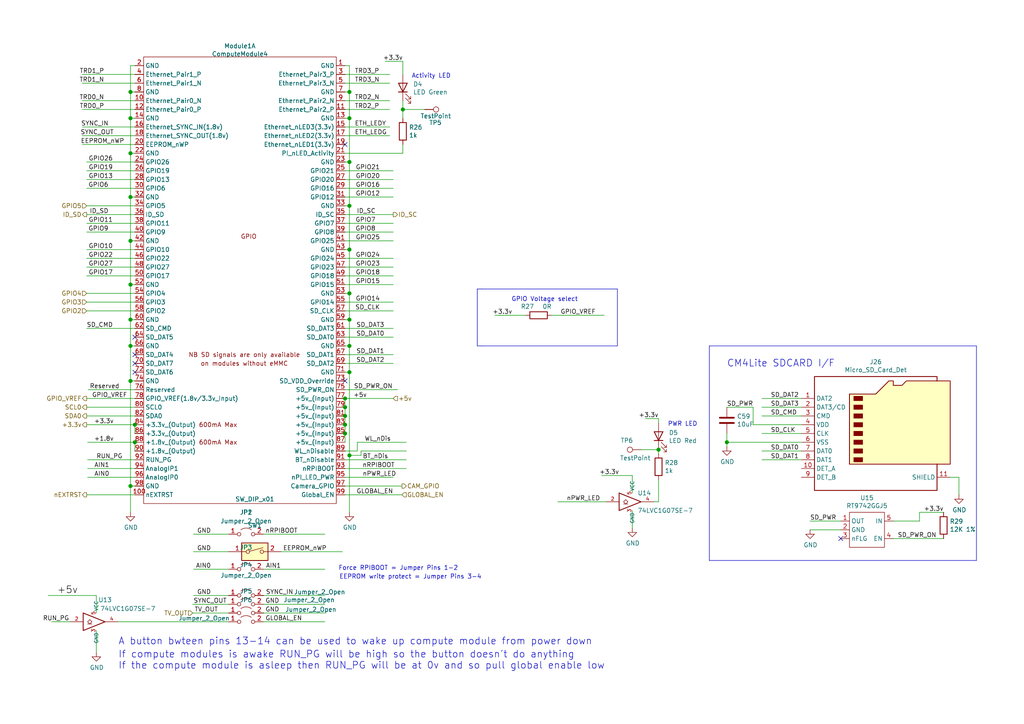
<source format=kicad_sch>
(kicad_sch (version 20210621) (generator eeschema)
  (paper "A4")
  (title_block (title "Compute Module 4 IO Board - GPIO - Ethernet") (rev "1") (company "(c) Raspberry Pi Trading 2020") (comment 1 "www.raspberrypi.org"))
  (lib_symbols
    (symbol "CM4IO:74LVC1G07_copy"
      (property "Reference" "U" (at -2.54 3.81 0))
      (property "Value" "74LVC1G07_copy" (at 0 -3.81 0))
      (symbol "74LVC1G07_copy_0_1"
        (polyline (pts (xy -2.54 -0.635) (xy -1.27 -0.635)))
        (polyline (pts (xy -3.81 2.54) (xy -3.81 -2.54) (xy 2.54 0) (xy -3.81 2.54)) (stroke (width 0.254)))
        (polyline (pts (xy -1.905 0.635) (xy -2.54 0) (xy -1.905 -0.635) (xy -1.27 0) (xy -1.905 0.635)))
      )
      (symbol "74LVC1G07_copy_1_1"
        (pin input line (at -7.62 0 0) (length 3.81) (name "~") (number "2"))
        (pin power_in line (at 0 -2.54 270) (length 0) (name "GND") (number "3"))
        (pin open_collector line (at 6.35 0 180) (length 3.81) (name "~") (number "4"))
        (pin power_in line (at 0 2.54 90) (length 0) (name "VCC") (number "5"))
      )
    )
    (symbol "CM4IO:ComputeModule4-CM4"
      (property "Reference" "Module" (at 113.03 -68.58 0))
      (property "Value" "ComputeModule4-CM4" (at 140.97 2.54 0))
      (property "Field4" "Hirose" (at 0 0 0))
      (property "Field5" "2x DF40C-100DS-0.4V" (at 0 -2.54 0))
      (symbol "ComputeModule4-CM4_1_0"
        (text "GPIO" (at 0 6.35 0) (effects (font (size 1.27 1.27))))
      )
      (symbol "ComputeModule4-CM4_1_1"
        (rectangle (start -30.48 -71.12) (end 25.4 58.42))
        (text "600mA Max" (at -8.89 -53.34 0) (effects (font (size 1.27 1.27))))
        (text "600mA Max" (at -8.89 -48.26 0) (effects (font (size 1.27 1.27))))
        (text "NB SD signals are only available" (at -1.27 -27.94 0) (effects (font (size 1.27 1.27))))
        (text "on modules without eMMC" (at -1.27 -30.48 0) (effects (font (size 1.27 1.27))))
        (pin power_in line (at 27.94 55.88 180) (length 2.54) (name "GND") (number "1"))
        (pin passive line (at -33.02 45.72 0) (length 2.54) (name "Ethernet_Pair0_N") (number "10"))
        (pin output line (at -33.02 -68.58 0) (length 2.54) (name "nEXTRST") (number "100"))
        (pin passive line (at 27.94 43.18 180) (length 2.54) (name "Ethernet_Pair2_P") (number "11"))
        (pin passive line (at -33.02 43.18 0) (length 2.54) (name "Ethernet_Pair0_P") (number "12"))
        (pin power_in line (at 27.94 40.64 180) (length 2.54) (name "GND") (number "13"))
        (pin power_in line (at -33.02 40.64 0) (length 2.54) (name "GND") (number "14"))
        (pin output line (at 27.94 38.1 180) (length 2.54) (name "Ethernet_nLED3(3.3v)") (number "15"))
        (pin input line (at -33.02 38.1 0) (length 2.54) (name "Ethernet_SYNC_IN(1.8v)") (number "16"))
        (pin output line (at 27.94 35.56 180) (length 2.54) (name "Ethernet_nLED2(3.3v)") (number "17"))
        (pin input line (at -33.02 35.56 0) (length 2.54) (name "Ethernet_SYNC_OUT(1.8v)") (number "18"))
        (pin output line (at 27.94 33.02 180) (length 2.54) (name "Ethernet_nLED1(3.3v)") (number "19"))
        (pin power_in line (at -33.02 55.88 0) (length 2.54) (name "GND") (number "2"))
        (pin passive line (at -33.02 33.02 0) (length 2.54) (name "EEPROM_nWP") (number "20"))
        (pin open_collector line (at 27.94 30.48 180) (length 2.54) (name "PI_nLED_Activity") (number "21"))
        (pin power_in line (at -33.02 30.48 0) (length 2.54) (name "GND") (number "22"))
        (pin power_in line (at 27.94 27.94 180) (length 2.54) (name "GND") (number "23"))
        (pin passive line (at -33.02 27.94 0) (length 2.54) (name "GPIO26") (number "24"))
        (pin passive line (at 27.94 25.4 180) (length 2.54) (name "GPIO21") (number "25"))
        (pin passive line (at -33.02 25.4 0) (length 2.54) (name "GPIO19") (number "26"))
        (pin passive line (at 27.94 22.86 180) (length 2.54) (name "GPIO20") (number "27"))
        (pin passive line (at -33.02 22.86 0) (length 2.54) (name "GPIO13") (number "28"))
        (pin passive line (at 27.94 20.32 180) (length 2.54) (name "GPIO16") (number "29"))
        (pin passive line (at 27.94 53.34 180) (length 2.54) (name "Ethernet_Pair3_P") (number "3"))
        (pin passive line (at -33.02 20.32 0) (length 2.54) (name "GPIO6") (number "30"))
        (pin passive line (at 27.94 17.78 180) (length 2.54) (name "GPIO12") (number "31"))
        (pin power_in line (at -33.02 17.78 0) (length 2.54) (name "GND") (number "32"))
        (pin power_in line (at 27.94 15.24 180) (length 2.54) (name "GND") (number "33"))
        (pin passive line (at -33.02 15.24 0) (length 2.54) (name "GPIO5") (number "34"))
        (pin passive line (at 27.94 12.7 180) (length 2.54) (name "ID_SC") (number "35"))
        (pin passive line (at -33.02 12.7 0) (length 2.54) (name "ID_SD") (number "36"))
        (pin passive line (at 27.94 10.16 180) (length 2.54) (name "GPIO7") (number "37"))
        (pin passive line (at -33.02 10.16 0) (length 2.54) (name "GPIO11") (number "38"))
        (pin passive line (at 27.94 7.62 180) (length 2.54) (name "GPIO8") (number "39"))
        (pin passive line (at -33.02 53.34 0) (length 2.54) (name "Ethernet_Pair1_P") (number "4"))
        (pin passive line (at -33.02 7.62 0) (length 2.54) (name "GPIO9") (number "40"))
        (pin passive line (at 27.94 5.08 180) (length 2.54) (name "GPIO25") (number "41"))
        (pin power_in line (at -33.02 5.08 0) (length 2.54) (name "GND") (number "42"))
        (pin power_in line (at 27.94 2.54 180) (length 2.54) (name "GND") (number "43"))
        (pin passive line (at -33.02 2.54 0) (length 2.54) (name "GPIO10") (number "44"))
        (pin passive line (at 27.94 0 180) (length 2.54) (name "GPIO24") (number "45"))
        (pin passive line (at -33.02 0 0) (length 2.54) (name "GPIO22") (number "46"))
        (pin passive line (at 27.94 -2.54 180) (length 2.54) (name "GPIO23") (number "47"))
        (pin passive line (at -33.02 -2.54 0) (length 2.54) (name "GPIO27") (number "48"))
        (pin passive line (at 27.94 -5.08 180) (length 2.54) (name "GPIO18") (number "49"))
        (pin passive line (at 27.94 50.8 180) (length 2.54) (name "Ethernet_Pair3_N") (number "5"))
        (pin passive line (at -33.02 -5.08 0) (length 2.54) (name "GPIO17") (number "50"))
        (pin passive line (at 27.94 -7.62 180) (length 2.54) (name "GPIO15") (number "51"))
        (pin power_in line (at -33.02 -7.62 0) (length 2.54) (name "GND") (number "52"))
        (pin power_in line (at 27.94 -10.16 180) (length 2.54) (name "GND") (number "53"))
        (pin passive line (at -33.02 -10.16 0) (length 2.54) (name "GPIO4") (number "54"))
        (pin passive line (at 27.94 -12.7 180) (length 2.54) (name "GPIO14") (number "55"))
        (pin passive line (at -33.02 -12.7 0) (length 2.54) (name "GPIO3") (number "56"))
        (pin passive line (at 27.94 -15.24 180) (length 2.54) (name "SD_CLK") (number "57"))
        (pin passive line (at -33.02 -15.24 0) (length 2.54) (name "GPIO2") (number "58"))
        (pin power_in line (at 27.94 -17.78 180) (length 2.54) (name "GND") (number "59"))
        (pin passive line (at -33.02 50.8 0) (length 2.54) (name "Ethernet_Pair1_N") (number "6"))
        (pin power_in line (at -33.02 -17.78 0) (length 2.54) (name "GND") (number "60"))
        (pin passive line (at 27.94 -20.32 180) (length 2.54) (name "SD_DAT3") (number "61"))
        (pin passive line (at -33.02 -20.32 0) (length 2.54) (name "SD_CMD") (number "62"))
        (pin passive line (at 27.94 -22.86 180) (length 2.54) (name "SD_DAT0") (number "63"))
        (pin passive line (at -33.02 -22.86 0) (length 2.54) (name "SD_DAT5") (number "64"))
        (pin power_in line (at 27.94 -25.4 180) (length 2.54) (name "GND") (number "65"))
        (pin power_in line (at -33.02 -25.4 0) (length 2.54) (name "GND") (number "66"))
        (pin passive line (at 27.94 -27.94 180) (length 2.54) (name "SD_DAT1") (number "67"))
        (pin passive line (at -33.02 -27.94 0) (length 2.54) (name "SD_DAT4") (number "68"))
        (pin passive line (at 27.94 -30.48 180) (length 2.54) (name "SD_DAT2") (number "69"))
        (pin power_in line (at 27.94 48.26 180) (length 2.54) (name "GND") (number "7"))
        (pin passive line (at -33.02 -30.48 0) (length 2.54) (name "SD_DAT7") (number "70"))
        (pin power_in line (at 27.94 -33.02 180) (length 2.54) (name "GND") (number "71"))
        (pin passive line (at -33.02 -33.02 0) (length 2.54) (name "SD_DAT6") (number "72"))
        (pin input line (at 27.94 -35.56 180) (length 2.54) (name "SD_VDD_Override") (number "73"))
        (pin power_in line (at -33.02 -35.56 0) (length 2.54) (name "GND") (number "74"))
        (pin output line (at 27.94 -38.1 180) (length 2.54) (name "SD_PWR_ON") (number "75"))
        (pin passive line (at -33.02 -38.1 0) (length 2.54) (name "Reserved") (number "76"))
        (pin power_in line (at 27.94 -40.64 180) (length 2.54) (name "+5v_(Input)") (number "77"))
        (pin power_in line (at -33.02 -40.64 0) (length 2.54) (name "GPIO_VREF(1.8v/3.3v_Input)") (number "78"))
        (pin power_in line (at 27.94 -43.18 180) (length 2.54) (name "+5v_(Input)") (number "79"))
        (pin power_in line (at -33.02 48.26 0) (length 2.54) (name "GND") (number "8"))
        (pin passive line (at -33.02 -43.18 0) (length 2.54) (name "SCL0") (number "80"))
        (pin power_in line (at 27.94 -45.72 180) (length 2.54) (name "+5v_(Input)") (number "81"))
        (pin passive line (at -33.02 -45.72 0) (length 2.54) (name "SDA0") (number "82"))
        (pin power_in line (at 27.94 -48.26 180) (length 2.54) (name "+5v_(Input)") (number "83"))
        (pin power_out line (at -33.02 -48.26 0) (length 2.54) (name "+3.3v_(Output)") (number "84"))
        (pin power_in line (at 27.94 -50.8 180) (length 2.54) (name "+5v_(Input)") (number "85"))
        (pin power_out line (at -33.02 -50.8 0) (length 2.54) (name "+3.3v_(Output)") (number "86"))
        (pin power_in line (at 27.94 -53.34 180) (length 2.54) (name "+5v_(Input)") (number "87"))
        (pin power_out line (at -33.02 -53.34 0) (length 2.54) (name "+1.8v_(Output)") (number "88"))
        (pin input line (at 27.94 -55.88 180) (length 2.54) (name "WL_nDisable") (number "89"))
        (pin passive line (at 27.94 45.72 180) (length 2.54) (name "Ethernet_Pair2_N") (number "9"))
        (pin power_out line (at -33.02 -55.88 0) (length 2.54) (name "+1.8v_(Output)") (number "90"))
        (pin input line (at 27.94 -58.42 180) (length 2.54) (name "BT_nDisable") (number "91"))
        (pin passive line (at -33.02 -58.42 0) (length 2.54) (name "RUN_PG") (number "92"))
        (pin input line (at 27.94 -60.96 180) (length 2.54) (name "nRPIBOOT") (number "93"))
        (pin passive line (at -33.02 -60.96 0) (length 2.54) (name "AnalogIP1") (number "94"))
        (pin output line (at 27.94 -63.5 180) (length 2.54) (name "nPI_LED_PWR") (number "95"))
        (pin passive line (at -33.02 -63.5 0) (length 2.54) (name "AnalogIP0") (number "96"))
        (pin passive line (at 27.94 -66.04 180) (length 2.54) (name "Camera_GPIO") (number "97"))
        (pin power_in line (at -33.02 -66.04 0) (length 2.54) (name "GND") (number "98"))
        (pin input line (at 27.94 -68.58 180) (length 2.54) (name "Global_EN") (number "99"))
      )
      (symbol "ComputeModule4-CM4_2_1"
        (rectangle (start 114.3 -66.04) (end 165.1 63.5))
        (text "High Speed Serial" (at 140.97 0 0) (effects (font (size 1.27 1.27))))
        (pin input line (at 170.18 60.96 180) (length 5.08) (name "USB_OTG_ID") (number "101"))
        (pin input line (at 109.22 60.96 0) (length 5.08) (name "PCIe_CLK_nREQ") (number "102"))
        (pin passive line (at 170.18 58.42 180) (length 5.08) (name "USB2_N") (number "103"))
        (pin passive line (at 109.22 58.42 0) (length 5.08) (name "Reserved") (number "104"))
        (pin passive line (at 170.18 55.88 180) (length 5.08) (name "USB2_P") (number "105"))
        (pin passive line (at 109.22 55.88 0) (length 5.08) (name "Reserved") (number "106"))
        (pin power_in line (at 170.18 53.34 180) (length 5.08) (name "GND") (number "107"))
        (pin power_in line (at 109.22 53.34 0) (length 5.08) (name "GND") (number "108"))
        (pin bidirectional line (at 170.18 50.8 180) (length 5.08) (name "PCIe_nRST") (number "109"))
        (pin output line (at 109.22 50.8 0) (length 5.08) (name "PCIe_CLK_P") (number "110"))
        (pin passive line (at 170.18 48.26 180) (length 5.08) (name "VDAC_COMP") (number "111"))
        (pin output line (at 109.22 48.26 0) (length 5.08) (name "PCIe_CLK_N") (number "112"))
        (pin power_in line (at 170.18 45.72 180) (length 5.08) (name "GND") (number "113"))
        (pin power_in line (at 109.22 45.72 0) (length 5.08) (name "GND") (number "114"))
        (pin input line (at 170.18 43.18 180) (length 5.08) (name "CAM1_D0_N") (number "115"))
        (pin input line (at 109.22 43.18 0) (length 5.08) (name "PCIe_RX_P") (number "116"))
        (pin input line (at 170.18 40.64 180) (length 5.08) (name "CAM1_D0_P") (number "117"))
        (pin input line (at 109.22 40.64 0) (length 5.08) (name "PCIe_RX_N") (number "118"))
        (pin power_in line (at 170.18 38.1 180) (length 5.08) (name "GND") (number "119"))
        (pin power_in line (at 109.22 38.1 0) (length 5.08) (name "GND") (number "120"))
        (pin input line (at 170.18 35.56 180) (length 5.08) (name "CAM1_D1_N") (number "121"))
        (pin output line (at 109.22 35.56 0) (length 5.08) (name "PCIe_TX_P") (number "122"))
        (pin input line (at 170.18 33.02 180) (length 5.08) (name "CAM1_D1_P") (number "123"))
        (pin output line (at 109.22 33.02 0) (length 5.08) (name "PCIe_TX_N") (number "124"))
        (pin power_in line (at 170.18 30.48 180) (length 5.08) (name "GND") (number "125"))
        (pin power_in line (at 109.22 30.48 0) (length 5.08) (name "GND") (number "126"))
        (pin input line (at 170.18 27.94 180) (length 5.08) (name "CAM1_C_N") (number "127"))
        (pin input line (at 109.22 27.94 0) (length 5.08) (name "CAM0_D0_N") (number "128"))
        (pin input line (at 170.18 25.4 180) (length 5.08) (name "CAM1_C_P") (number "129"))
        (pin input line (at 109.22 25.4 0) (length 5.08) (name "CAM0_D0_P") (number "130"))
        (pin power_in line (at 170.18 22.86 180) (length 5.08) (name "GND") (number "131"))
        (pin power_in line (at 109.22 22.86 0) (length 5.08) (name "GND") (number "132"))
        (pin input line (at 170.18 20.32 180) (length 5.08) (name "CAM1_D2_N") (number "133"))
        (pin input line (at 109.22 20.32 0) (length 5.08) (name "CAM0_D1_N") (number "134"))
        (pin input line (at 170.18 17.78 180) (length 5.08) (name "CAM1_D2_P") (number "135"))
        (pin input line (at 109.22 17.78 0) (length 5.08) (name "CAM0_D1_P") (number "136"))
        (pin power_in line (at 170.18 15.24 180) (length 5.08) (name "GND") (number "137"))
        (pin power_in line (at 109.22 15.24 0) (length 5.08) (name "GND") (number "138"))
        (pin input line (at 170.18 12.7 180) (length 5.08) (name "CAM1_D3_N") (number "139"))
        (pin input line (at 109.22 12.7 0) (length 5.08) (name "CAM0_C_N") (number "140"))
        (pin input line (at 170.18 10.16 180) (length 5.08) (name "CAM1_D3_P") (number "141"))
        (pin input line (at 109.22 10.16 0) (length 5.08) (name "CAM0_C_P") (number "142"))
        (pin input line (at 170.18 7.62 180) (length 5.08) (name "HDMI1_HOTPLUG") (number "143"))
        (pin power_in line (at 109.22 7.62 0) (length 5.08) (name "GND") (number "144"))
        (pin bidirectional line (at 170.18 5.08 180) (length 5.08) (name "HDMI1_SDA") (number "145"))
        (pin output line (at 109.22 5.08 0) (length 5.08) (name "HDMI1_TX2_P") (number "146"))
        (pin open_collector line (at 170.18 2.54 180) (length 5.08) (name "HDMI1_SCL") (number "147"))
        (pin output line (at 109.22 2.54 0) (length 5.08) (name "HDMI1_TX2_N") (number "148"))
        (pin open_collector line (at 170.18 0 180) (length 5.08) (name "HDMI1_CEC") (number "149"))
        (pin power_in line (at 109.22 0 0) (length 5.08) (name "GND") (number "150"))
        (pin open_collector line (at 170.18 -2.54 180) (length 5.08) (name "HDMI0_CEC") (number "151"))
        (pin output line (at 109.22 -2.54 0) (length 5.08) (name "HDMI1_TX1_P") (number "152"))
        (pin input line (at 170.18 -5.08 180) (length 5.08) (name "HDMI0_HOTPLUG") (number "153"))
        (pin output line (at 109.22 -5.08 0) (length 5.08) (name "HDMI1_TX1_N") (number "154"))
        (pin power_in line (at 170.18 -7.62 180) (length 5.08) (name "GND") (number "155"))
        (pin power_in line (at 109.22 -7.62 0) (length 5.08) (name "GND") (number "156"))
        (pin output line (at 170.18 -10.16 180) (length 5.08) (name "DSI0_D0_N") (number "157"))
        (pin output line (at 109.22 -10.16 0) (length 5.08) (name "HDMI1_TX0_P") (number "158"))
        (pin output line (at 170.18 -12.7 180) (length 5.08) (name "DSI0_D0_P") (number "159"))
        (pin output line (at 109.22 -12.7 0) (length 5.08) (name "HDMI1_TX0_N") (number "160"))
        (pin power_in line (at 170.18 -15.24 180) (length 5.08) (name "GND") (number "161"))
        (pin power_in line (at 109.22 -15.24 0) (length 5.08) (name "GND") (number "162"))
        (pin output line (at 170.18 -17.78 180) (length 5.08) (name "DSI0_D1_N") (number "163"))
        (pin output line (at 109.22 -17.78 0) (length 5.08) (name "HDMI1_CLK_P") (number "164"))
        (pin output line (at 170.18 -20.32 180) (length 5.08) (name "DSI0_D1_P") (number "165"))
        (pin output line (at 109.22 -20.32 0) (length 5.08) (name "HDMI1_CLK_N") (number "166"))
        (pin power_in line (at 170.18 -22.86 180) (length 5.08) (name "GND") (number "167"))
        (pin power_in line (at 109.22 -22.86 0) (length 5.08) (name "GND") (number "168"))
        (pin output line (at 170.18 -25.4 180) (length 5.08) (name "DSI0_C_N") (number "169"))
        (pin output line (at 109.22 -25.4 0) (length 5.08) (name "HDMI0_TX2_P") (number "170"))
        (pin output line (at 170.18 -27.94 180) (length 5.08) (name "DSI0_C_P") (number "171"))
        (pin output line (at 109.22 -27.94 0) (length 5.08) (name "HDMI0_TX2_N") (number "172"))
        (pin power_in line (at 170.18 -30.48 180) (length 5.08) (name "GND") (number "173"))
        (pin power_in line (at 109.22 -30.48 0) (length 5.08) (name "GND") (number "174"))
        (pin output line (at 170.18 -33.02 180) (length 5.08) (name "DSI1_D0_N") (number "175"))
        (pin output line (at 109.22 -33.02 0) (length 5.08) (name "HDMI0_TX1_P") (number "176"))
        (pin output line (at 170.18 -35.56 180) (length 5.08) (name "DSI1_D0_P") (number "177"))
        (pin output line (at 109.22 -35.56 0) (length 5.08) (name "HDMI0_TX1_N") (number "178"))
        (pin power_in line (at 170.18 -38.1 180) (length 5.08) (name "GND") (number "179"))
        (pin power_in line (at 109.22 -38.1 0) (length 5.08) (name "GND") (number "180"))
        (pin output line (at 170.18 -40.64 180) (length 5.08) (name "DSI1_D1_N") (number "181"))
        (pin output line (at 109.22 -40.64 0) (length 5.08) (name "HDMI0_TX0_P") (number "182"))
        (pin output line (at 170.18 -43.18 180) (length 5.08) (name "DSI1_D1_P") (number "183"))
        (pin output line (at 109.22 -43.18 0) (length 5.08) (name "HDMI0_TX0_N") (number "184"))
        (pin power_in line (at 170.18 -45.72 180) (length 5.08) (name "GND") (number "185"))
        (pin power_in line (at 109.22 -45.72 0) (length 5.08) (name "GND") (number "186"))
        (pin output line (at 170.18 -48.26 180) (length 5.08) (name "DSI1_C_N") (number "187"))
        (pin output line (at 109.22 -48.26 0) (length 5.08) (name "HDMI0_CLK_P") (number "188"))
        (pin output line (at 170.18 -50.8 180) (length 5.08) (name "DSI1_C_P") (number "189"))
        (pin output line (at 109.22 -50.8 0) (length 5.08) (name "HDMI0_CLK_N") (number "190"))
        (pin power_in line (at 170.18 -53.34 180) (length 5.08) (name "GND") (number "191"))
        (pin power_in line (at 109.22 -53.34 0) (length 5.08) (name "GND") (number "192"))
        (pin output line (at 170.18 -55.88 180) (length 5.08) (name "DSI1_D2_N") (number "193"))
        (pin output line (at 109.22 -55.88 0) (length 5.08) (name "DSI1_D3_N") (number "194"))
        (pin output line (at 170.18 -58.42 180) (length 5.08) (name "DSI1_D2_P") (number "195"))
        (pin output line (at 109.22 -58.42 0) (length 5.08) (name "DSI1_D3_P") (number "196"))
        (pin power_in line (at 170.18 -60.96 180) (length 5.08) (name "GND") (number "197"))
        (pin power_in line (at 109.22 -60.96 0) (length 5.08) (name "GND") (number "198"))
        (pin bidirectional line (at 170.18 -63.5 180) (length 5.08) (name "HDMI0_SDA") (number "199"))
        (pin open_collector line (at 109.22 -63.5 0) (length 5.08) (name "HDMI0_SCL") (number "200"))
      )
    )
    (symbol "CM4IO:RT9742GGJ5"
      (property "Reference" "U" (at 0 0 0))
      (property "Value" "RT9742GGJ5" (at 0 0 0))
      (symbol "RT9742GGJ5_0_0"
        (pin power_out line (at -8.89 10.16 0) (length 2.54) (name "OUT") (number "1"))
        (pin power_in line (at -8.89 7.62 0) (length 2.54) (name "GND") (number "2"))
        (pin open_collector line (at -8.89 5.08 0) (length 2.54) (name "nFLG") (number "3"))
        (pin input line (at 6.35 5.08 180) (length 2.54) (name "EN") (number "4"))
        (pin power_in line (at 6.35 10.16 180) (length 2.54) (name "IN") (number "5"))
      )
      (symbol "RT9742GGJ5_0_1"
        (rectangle (start -6.35 12.7) (end 3.81 2.54))
      )
    )
    (symbol "Connector:Micro_SD_Card_Det"
      (property "Reference" "J" (at -16.51 17.78 0))
      (property "Value" "Micro_SD_Card_Det" (at 16.51 17.78 0))
      (symbol "Micro_SD_Card_Det_0_1"
        (rectangle (start -7.62 -6.985) (end -5.08 -8.255) (fill (type outline)))
        (rectangle (start -7.62 -4.445) (end -5.08 -5.715) (fill (type outline)))
        (rectangle (start -7.62 -1.905) (end -5.08 -3.175) (fill (type outline)))
        (rectangle (start -7.62 0.635) (end -5.08 -0.635) (fill (type outline)))
        (rectangle (start -7.62 3.175) (end -5.08 1.905) (fill (type outline)))
        (rectangle (start -7.62 5.715) (end -5.08 4.445) (fill (type outline)))
        (rectangle (start -7.62 8.255) (end -5.08 6.985) (fill (type outline)))
        (rectangle (start -7.62 10.795) (end -5.08 9.525) (fill (type outline)))
        (polyline (pts (xy 16.51 15.24) (xy 16.51 16.51) (xy -19.05 16.51) (xy -19.05 -16.51) (xy 16.51 -16.51) (xy 16.51 -8.89)) (stroke (width 0.254)))
        (polyline (pts (xy -8.89 -8.89) (xy -8.89 11.43) (xy -1.27 11.43) (xy 2.54 15.24) (xy 3.81 15.24) (xy 3.81 13.97) (xy 6.35 13.97) (xy 7.62 15.24) (xy 20.32 15.24) (xy 20.32 -8.89) (xy -8.89 -8.89)) (stroke (width 0.254)) (fill (type background)))
      )
      (symbol "Micro_SD_Card_Det_1_1"
        (pin bidirectional line (at -22.86 10.16 0) (length 3.81) (name "DAT2") (number "1"))
        (pin passive line (at -22.86 -10.16 0) (length 3.81) (name "DET_A") (number "10"))
        (pin passive line (at 20.32 -12.7 180) (length 3.81) (name "SHIELD") (number "11"))
        (pin bidirectional line (at -22.86 7.62 0) (length 3.81) (name "DAT3/CD") (number "2"))
        (pin input line (at -22.86 5.08 0) (length 3.81) (name "CMD") (number "3"))
        (pin power_in line (at -22.86 2.54 0) (length 3.81) (name "VDD") (number "4"))
        (pin input line (at -22.86 0 0) (length 3.81) (name "CLK") (number "5"))
        (pin power_in line (at -22.86 -2.54 0) (length 3.81) (name "VSS") (number "6"))
        (pin bidirectional line (at -22.86 -5.08 0) (length 3.81) (name "DAT0") (number "7"))
        (pin bidirectional line (at -22.86 -7.62 0) (length 3.81) (name "DAT1") (number "8"))
        (pin passive line (at -22.86 -12.7 0) (length 3.81) (name "DET_B") (number "9"))
      )
    )
    (symbol "Connector:TestPoint" (pin_numbers hide) (pin_names (offset 0.762) hide)
      (property "Reference" "TP" (at 0 6.858 0))
      (property "Value" "TestPoint" (at 0 5.08 0))
      (symbol "TestPoint_0_1"
        (circle (center 0 3.302) (radius 0.762))
      )
      (symbol "TestPoint_1_1"
        (pin passive line (at 0 0 90) (length 2.54) (name "1") (number "1"))
      )
    )
    (symbol "Device:C" (pin_numbers hide) (pin_names (offset 0.254))
      (property "Reference" "C" (at 0.635 2.54 0))
      (property "Value" "C" (at 0.635 -2.54 0))
      (symbol "C_0_1"
        (polyline (pts (xy -2.032 -0.762) (xy 2.032 -0.762)) (stroke (width 0.508)))
        (polyline (pts (xy -2.032 0.762) (xy 2.032 0.762)) (stroke (width 0.508)))
      )
      (symbol "C_1_1"
        (pin passive line (at 0 3.81 270) (length 2.794) (name "~") (number "1"))
        (pin passive line (at 0 -3.81 90) (length 2.794) (name "~") (number "2"))
      )
    )
    (symbol "Device:LED" (pin_numbers hide) (pin_names hide)
      (property "Reference" "D" (at 0 2.54 0))
      (property "Value" "LED" (at 0 -2.54 0))
      (symbol "LED_0_1"
        (polyline (pts (xy -1.27 -1.27) (xy -1.27 1.27)) (stroke (width 0.254)))
        (polyline (pts (xy -1.27 0) (xy 1.27 0)))
        (polyline (pts (xy 1.27 -1.27) (xy 1.27 1.27) (xy -1.27 0) (xy 1.27 -1.27)) (stroke (width 0.254)))
        (polyline (pts (xy -3.048 -0.762) (xy -4.572 -2.286) (xy -3.81 -2.286) (xy -4.572 -2.286) (xy -4.572 -1.524)))
        (polyline (pts (xy -1.778 -0.762) (xy -3.302 -2.286) (xy -2.54 -2.286) (xy -3.302 -2.286) (xy -3.302 -1.524)))
      )
      (symbol "LED_1_1"
        (pin passive line (at -3.81 0 0) (length 2.54) (name "K") (number "1"))
        (pin passive line (at 3.81 0 180) (length 2.54) (name "A") (number "2"))
      )
    )
    (symbol "Device:R" (pin_numbers hide) (pin_names (offset 0))
      (property "Reference" "R" (at 2.032 0 90))
      (property "Value" "R" (at 0 0 90))
      (symbol "R_0_1"
        (rectangle (start -1.016 -2.54) (end 1.016 2.54) (stroke (width 0.254)))
      )
      (symbol "R_1_1"
        (pin passive line (at 0 3.81 270) (length 1.27) (name "~") (number "1"))
        (pin passive line (at 0 -3.81 90) (length 1.27) (name "~") (number "2"))
      )
    )
    (symbol "Jumper:Jumper_2_Open" (pin_names (offset 0) hide)
      (property "Reference" "JP" (at 0 2.794 0))
      (property "Value" "Jumper_2_Open" (at 0 -2.286 0))
      (symbol "Jumper_2_Open_0_0"
        (circle (center -2.032 0) (radius 0.508))
        (circle (center 2.032 0) (radius 0.508))
      )
      (symbol "Jumper_2_Open_0_1"
        (arc (start 1.524 1.27) (mid 0 1.778) (end -1.524 1.27))
      )
      (symbol "Jumper_2_Open_1_1"
        (pin passive line (at -5.08 0 0) (length 2.54) (name "A") (number "1"))
        (pin passive line (at 5.08 0 180) (length 2.54) (name "B") (number "2"))
      )
    )
    (symbol "Switch:SW_DIP_x01" (pin_names (offset 0) hide)
      (property "Reference" "SW" (at 0 3.81 0))
      (property "Value" "SW_DIP_x01" (at 0 -3.81 0))
      (symbol "SW_DIP_x01_0_0"
        (circle (center -2.032 0) (radius 0.508))
        (polyline (pts (xy -1.524 0.127) (xy 2.3622 1.1684)))
        (circle (center 2.032 0) (radius 0.508))
      )
      (symbol "SW_DIP_x01_0_1"
        (rectangle (start -3.81 2.54) (end 3.81 -2.54) (stroke (width 0.254)) (fill (type background)))
      )
      (symbol "SW_DIP_x01_1_1"
        (pin passive line (at -7.62 0 0) (length 5.08) (name "~") (number "1"))
        (pin passive line (at 7.62 0 180) (length 5.08) (name "~") (number "2"))
      )
    )
    (symbol "power:GND" (power) (pin_names (offset 0))
      (property "Value" "GND" (at 0 -3.81 0))
      (symbol "GND_0_1"
        (polyline (pts (xy 0 0) (xy 0 -1.27) (xy 1.27 -1.27) (xy 0 -2.54) (xy -1.27 -1.27) (xy 0 -1.27)))
      )
      (symbol "GND_1_1"
        (pin power_in line (at 0 0 270) (length 0) hide (name "GND") (number "1"))
      )
    )
  )
  (junction (at 37.846 110.49) (diameter 1.016))
  (junction (at 101.346 85.09) (diameter 1.016))
  (junction (at 100.076 115.57) (diameter 1.016))
  (junction (at 101.346 59.69) (diameter 1.016))
  (junction (at 101.346 72.39) (diameter 1.016))
  (junction (at 101.346 132.08) (diameter 1.016))
  (junction (at 37.846 100.33) (diameter 1.016))
  (junction (at 191.008 130.429) (diameter 1.016))
  (junction (at 39.116 128.27) (diameter 1.016))
  (junction (at 101.346 92.71) (diameter 1.016))
  (junction (at 116.84 31.75) (diameter 1.016))
  (junction (at 37.846 34.29) (diameter 1.016))
  (junction (at 101.346 107.95) (diameter 1.016))
  (junction (at 37.846 26.67) (diameter 1.016))
  (junction (at 100.076 123.19) (diameter 1.016))
  (junction (at 39.116 123.19) (diameter 1.016))
  (junction (at 101.346 26.67) (diameter 1.016))
  (junction (at 37.846 69.85) (diameter 1.016))
  (junction (at 100.076 125.73) (diameter 1.016))
  (junction (at 37.846 57.15) (diameter 1.016))
  (junction (at 101.346 34.29) (diameter 1.016))
  (junction (at 37.846 140.97) (diameter 1.016))
  (junction (at 100.076 120.65) (diameter 1.016))
  (junction (at 101.346 46.99) (diameter 1.016))
  (junction (at 100.076 118.11) (diameter 1.016))
  (junction (at 101.346 100.33) (diameter 1.016))
  (junction (at 37.846 44.45) (diameter 1.016))
  (junction (at 37.846 92.71) (diameter 1.016))
  (junction (at 37.846 82.55) (diameter 1.016))
  (junction (at 210.82 128.27) (diameter 1.016))
  (no_connect (at 39.116 97.79))
  (no_connect (at 39.116 102.87))
  (no_connect (at 100.076 110.49))
  (no_connect (at 39.116 107.95))
  (no_connect (at 39.116 105.41))
  (no_connect (at 243.84 156.21))
  (no_connect (at 100.076 41.91))
  (wire (pts (xy 37.846 34.29) (xy 37.846 44.45)))
  (wire (pts (xy 100.076 57.15) (xy 114.046 57.15)))
  (wire (pts (xy 210.82 125.73) (xy 210.82 128.27)))
  (wire (pts (xy 114.046 90.17) (xy 100.076 90.17)))
  (wire (pts (xy 25.146 46.99) (xy 39.116 46.99)))
  (polyline (pts (xy 139.7 83.82) (xy 179.07 83.82)) (stroke (width 0) (type solid)))
  (wire (pts (xy 25.146 49.53) (xy 39.116 49.53)))
  (wire (pts (xy 27.94 182.88) (xy 27.94 189.23)))
  (wire (pts (xy 37.846 92.71) (xy 37.846 100.33)))
  (wire (pts (xy 191.008 121.412) (xy 187.198 121.412)))
  (wire (pts (xy 25.146 67.31) (xy 39.116 67.31)))
  (wire (pts (xy 100.076 77.47) (xy 114.046 77.47)))
  (wire (pts (xy 101.346 34.29) (xy 101.346 46.99)))
  (wire (pts (xy 23.876 21.59) (xy 39.116 21.59)))
  (wire (pts (xy 210.82 128.27) (xy 210.82 129.54)))
  (wire (pts (xy 100.076 135.89) (xy 117.856 135.89)))
  (wire (pts (xy 100.076 123.19) (xy 100.076 125.73)))
  (wire (pts (xy 191.008 145.542) (xy 189.738 145.542)))
  (wire (pts (xy 100.076 49.53) (xy 114.046 49.53)))
  (wire (pts (xy 25.146 59.69) (xy 39.116 59.69)))
  (wire (pts (xy 37.846 44.45) (xy 39.116 44.45)))
  (wire (pts (xy 37.846 110.49) (xy 39.116 110.49)))
  (wire (pts (xy 100.076 26.67) (xy 101.346 26.67)))
  (wire (pts (xy 39.116 140.97) (xy 37.846 140.97)))
  (wire (pts (xy 101.346 72.39) (xy 101.346 85.09)))
  (wire (pts (xy 100.076 52.07) (xy 114.046 52.07)))
  (wire (pts (xy 100.076 69.85) (xy 114.046 69.85)))
  (wire (pts (xy 243.84 153.67) (xy 234.95 153.67)))
  (wire (pts (xy 259.08 151.13) (xy 266.7 151.13)))
  (wire (pts (xy 101.346 132.08) (xy 101.346 148.59)))
  (wire (pts (xy 100.076 87.63) (xy 114.046 87.63)))
  (wire (pts (xy 232.41 118.11) (xy 220.98 118.11)))
  (wire (pts (xy 100.076 130.81) (xy 103.632 130.81)))
  (wire (pts (xy 100.076 21.59) (xy 113.03 21.59)))
  (wire (pts (xy 25.146 87.63) (xy 39.116 87.63)))
  (wire (pts (xy 104.7242 132.08) (xy 104.7242 130.81)))
  (wire (pts (xy 104.7242 130.81) (xy 117.856 130.81)))
  (wire (pts (xy 160.02 91.44) (xy 175.26 91.44)))
  (wire (pts (xy 100.076 138.43) (xy 114.046 138.43)))
  (wire (pts (xy 259.08 156.21) (xy 273.685 156.21)))
  (wire (pts (xy 103.632 128.27) (xy 117.856 128.27)))
  (wire (pts (xy 39.116 128.27) (xy 39.37 128.27)))
  (wire (pts (xy 100.076 115.57) (xy 114.046 115.57)))
  (wire (pts (xy 100.076 85.09) (xy 101.346 85.09)))
  (wire (pts (xy 25.6032 113.03) (xy 39.116 113.03)))
  (wire (pts (xy 116.84 31.75) (xy 116.84 29.21)))
  (wire (pts (xy 25.4 135.89) (xy 39.116 135.89)))
  (wire (pts (xy 101.346 85.09) (xy 101.346 92.71)))
  (wire (pts (xy 37.846 57.15) (xy 39.116 57.15)))
  (wire (pts (xy 81.534 160.02) (xy 99.314 160.02)))
  (wire (pts (xy 34.29 180.34) (xy 66.294 180.34)))
  (wire (pts (xy 27.94 172.72) (xy 27.94 177.8)))
  (wire (pts (xy 56.134 172.72) (xy 66.294 172.72)))
  (wire (pts (xy 100.076 59.69) (xy 101.346 59.69)))
  (polyline (pts (xy 283.21 100.33) (xy 283.21 162.56)) (stroke (width 0) (type solid)))
  (wire (pts (xy 76.454 154.94) (xy 94.234 154.94)))
  (wire (pts (xy 25.146 77.47) (xy 39.116 77.47)))
  (wire (pts (xy 100.076 34.29) (xy 101.346 34.29)))
  (wire (pts (xy 39.116 19.05) (xy 37.846 19.05)))
  (wire (pts (xy 25.146 143.51) (xy 39.116 143.51)))
  (wire (pts (xy 220.98 120.65) (xy 232.41 120.65)))
  (wire (pts (xy 232.41 123.19) (xy 218.44 123.19)))
  (wire (pts (xy 25.146 52.07) (xy 39.116 52.07)))
  (wire (pts (xy 100.076 140.97) (xy 116.586 140.97)))
  (wire (pts (xy 116.84 44.45) (xy 116.84 41.91)))
  (wire (pts (xy 210.82 118.11) (xy 218.44 118.11)))
  (wire (pts (xy 186.0042 130.429) (xy 191.008 130.429)))
  (wire (pts (xy 23.876 36.83) (xy 39.116 36.83)))
  (wire (pts (xy 100.076 72.39) (xy 101.346 72.39)))
  (wire (pts (xy 191.008 122.682) (xy 191.008 121.412)))
  (wire (pts (xy 191.008 139.192) (xy 191.008 145.542)))
  (wire (pts (xy 25.146 115.57) (xy 39.116 115.57)))
  (wire (pts (xy 23.876 24.13) (xy 39.116 24.13)))
  (wire (pts (xy 37.846 110.49) (xy 37.846 140.97)))
  (wire (pts (xy 100.076 115.57) (xy 100.076 118.11)))
  (wire (pts (xy 100.076 64.77) (xy 114.046 64.77)))
  (wire (pts (xy 143.51 91.44) (xy 152.4 91.44)))
  (polyline (pts (xy 138.43 100.33) (xy 139.7 100.33)) (stroke (width 0) (type solid)))
  (wire (pts (xy 25.146 120.65) (xy 39.116 120.65)))
  (wire (pts (xy 100.076 107.95) (xy 101.346 107.95)))
  (wire (pts (xy 100.076 54.61) (xy 114.046 54.61)))
  (wire (pts (xy 183.388 148.082) (xy 183.388 153.162)))
  (wire (pts (xy 37.846 100.33) (xy 39.116 100.33)))
  (wire (pts (xy 13.97 172.72) (xy 27.94 172.72)))
  (wire (pts (xy 23.876 29.21) (xy 39.116 29.21)))
  (polyline (pts (xy 138.43 100.33) (xy 138.43 83.82)) (stroke (width 0) (type solid)))
  (wire (pts (xy 56.134 160.02) (xy 66.294 160.02)))
  (wire (pts (xy 25.146 74.93) (xy 39.116 74.93)))
  (wire (pts (xy 14.986 180.34) (xy 20.32 180.34)))
  (wire (pts (xy 37.846 57.15) (xy 37.846 69.85)))
  (wire (pts (xy 123.19 31.75) (xy 116.84 31.75)))
  (wire (pts (xy 55.88 175.26) (xy 66.294 175.26)))
  (wire (pts (xy 101.346 107.95) (xy 101.346 132.08)))
  (wire (pts (xy 55.88 177.8) (xy 66.294 177.8)))
  (wire (pts (xy 100.076 120.65) (xy 100.076 123.19)))
  (wire (pts (xy 37.846 92.71) (xy 39.116 92.71)))
  (wire (pts (xy 25.146 54.61) (xy 39.116 54.61)))
  (wire (pts (xy 243.84 151.13) (xy 234.95 151.13)))
  (wire (pts (xy 23.876 41.91) (xy 39.116 41.91)))
  (wire (pts (xy 100.076 67.31) (xy 114.046 67.31)))
  (polyline (pts (xy 205.74 162.56) (xy 205.74 100.33)) (stroke (width 0) (type solid)))
  (wire (pts (xy 76.454 177.8) (xy 94.234 177.8)))
  (wire (pts (xy 183.388 143.002) (xy 183.388 137.922)))
  (wire (pts (xy 76.454 165.1) (xy 94.234 165.1)))
  (wire (pts (xy 25.146 80.01) (xy 39.116 80.01)))
  (wire (pts (xy 39.116 130.81) (xy 39.116 128.27)))
  (wire (pts (xy 25.146 90.17) (xy 39.116 90.17)))
  (wire (pts (xy 100.076 44.45) (xy 116.84 44.45)))
  (wire (pts (xy 25.146 72.39) (xy 39.116 72.39)))
  (wire (pts (xy 25.4 138.43) (xy 39.116 138.43)))
  (wire (pts (xy 114.046 95.25) (xy 100.076 95.25)))
  (wire (pts (xy 183.388 137.922) (xy 174.498 137.922)))
  (wire (pts (xy 100.076 105.41) (xy 114.046 105.41)))
  (wire (pts (xy 232.41 133.35) (xy 220.98 133.35)))
  (wire (pts (xy 23.876 39.37) (xy 39.116 39.37)))
  (wire (pts (xy 100.076 29.21) (xy 113.03 29.21)))
  (wire (pts (xy 39.116 26.67) (xy 37.846 26.67)))
  (polyline (pts (xy 179.07 100.33) (xy 139.7 100.33)) (stroke (width 0) (type solid)))
  (wire (pts (xy 56.134 154.94) (xy 66.294 154.94)))
  (wire (pts (xy 220.98 115.57) (xy 232.41 115.57)))
  (wire (pts (xy 39.116 34.29) (xy 37.846 34.29)))
  (wire (pts (xy 100.076 80.01) (xy 114.046 80.01)))
  (wire (pts (xy 25.4 133.35) (xy 39.116 133.35)))
  (wire (pts (xy 191.008 130.302) (xy 191.008 130.429)))
  (wire (pts (xy 101.346 19.05) (xy 101.346 26.67)))
  (wire (pts (xy 101.346 46.99) (xy 101.346 59.69)))
  (wire (pts (xy 100.076 100.33) (xy 101.346 100.33)))
  (wire (pts (xy 56.134 165.1) (xy 66.294 165.1)))
  (wire (pts (xy 37.846 19.05) (xy 37.846 26.67)))
  (wire (pts (xy 23.876 31.75) (xy 39.116 31.75)))
  (wire (pts (xy 39.116 125.73) (xy 39.116 123.19)))
  (wire (pts (xy 76.454 175.26) (xy 94.234 175.26)))
  (wire (pts (xy 100.076 31.75) (xy 113.03 31.75)))
  (wire (pts (xy 220.98 130.81) (xy 232.41 130.81)))
  (wire (pts (xy 37.846 69.85) (xy 37.846 82.55)))
  (wire (pts (xy 100.076 133.35) (xy 117.856 133.35)))
  (wire (pts (xy 100.076 118.11) (xy 100.076 120.65)))
  (wire (pts (xy 101.346 92.71) (xy 101.346 100.33)))
  (wire (pts (xy 25.146 95.25) (xy 39.116 95.25)))
  (wire (pts (xy 100.076 19.05) (xy 101.346 19.05)))
  (wire (pts (xy 100.076 125.73) (xy 100.076 128.27)))
  (wire (pts (xy 100.076 143.51) (xy 116.586 143.51)))
  (wire (pts (xy 37.846 26.67) (xy 37.846 34.29)))
  (wire (pts (xy 25.146 118.11) (xy 39.116 118.11)))
  (wire (pts (xy 25.4 128.27) (xy 39.116 128.27)))
  (wire (pts (xy 266.7 148.59) (xy 266.7 151.13)))
  (wire (pts (xy 37.846 82.55) (xy 39.116 82.55)))
  (wire (pts (xy 218.44 123.19) (xy 218.44 118.11)))
  (wire (pts (xy 273.685 148.59) (xy 266.7 148.59)))
  (wire (pts (xy 191.008 130.429) (xy 191.008 131.572)))
  (polyline (pts (xy 139.7 83.82) (xy 138.43 83.82)) (stroke (width 0) (type solid)))
  (wire (pts (xy 100.076 24.13) (xy 113.03 24.13)))
  (wire (pts (xy 37.846 100.33) (xy 37.846 110.49)))
  (wire (pts (xy 37.846 44.45) (xy 37.846 57.15)))
  (wire (pts (xy 275.59 138.43) (xy 278.13 138.43)))
  (wire (pts (xy 278.13 138.43) (xy 278.13 143.51)))
  (wire (pts (xy 100.076 92.71) (xy 101.346 92.71)))
  (wire (pts (xy 100.076 97.79) (xy 114.046 97.79)))
  (polyline (pts (xy 205.74 100.33) (xy 283.21 100.33)) (stroke (width 0) (type solid)))
  (wire (pts (xy 100.076 74.93) (xy 114.046 74.93)))
  (wire (pts (xy 100.076 39.37) (xy 113.03 39.37)))
  (wire (pts (xy 25.146 123.19) (xy 39.116 123.19)))
  (wire (pts (xy 100.076 113.03) (xy 115.316 113.03)))
  (polyline (pts (xy 179.07 83.82) (xy 179.07 100.33)) (stroke (width 0) (type solid)))
  (wire (pts (xy 76.454 180.34) (xy 94.234 180.34)))
  (wire (pts (xy 101.346 59.69) (xy 101.346 72.39)))
  (wire (pts (xy 210.82 128.27) (xy 232.41 128.27)))
  (wire (pts (xy 111.76 17.78) (xy 116.84 17.78)))
  (wire (pts (xy 25.146 62.23) (xy 39.116 62.23)))
  (wire (pts (xy 103.632 130.81) (xy 103.632 128.27)))
  (wire (pts (xy 25.146 64.77) (xy 39.116 64.77)))
  (wire (pts (xy 232.41 125.73) (xy 220.98 125.73)))
  (wire (pts (xy 100.076 46.99) (xy 101.346 46.99)))
  (wire (pts (xy 100.076 82.55) (xy 114.046 82.55)))
  (wire (pts (xy 76.454 172.72) (xy 94.234 172.72)))
  (wire (pts (xy 25.146 85.09) (xy 39.116 85.09)))
  (wire (pts (xy 37.846 69.85) (xy 39.116 69.85)))
  (wire (pts (xy 37.846 82.55) (xy 37.846 92.71)))
  (polyline (pts (xy 283.21 162.56) (xy 205.74 162.56)) (stroke (width 0) (type solid)))
  (wire (pts (xy 116.84 21.59) (xy 116.84 17.78)))
  (wire (pts (xy 101.346 132.08) (xy 104.7242 132.08)))
  (wire (pts (xy 37.846 140.97) (xy 37.846 148.59)))
  (wire (pts (xy 100.076 62.23) (xy 114.046 62.23)))
  (wire (pts (xy 161.798 145.542) (xy 175.768 145.542)))
  (wire (pts (xy 100.076 36.83) (xy 113.03 36.83)))
  (wire (pts (xy 101.346 100.33) (xy 101.346 107.95)))
  (wire (pts (xy 101.346 26.67) (xy 101.346 34.29)))
  (wire (pts (xy 116.84 34.29) (xy 116.84 31.75)))
  (wire (pts (xy 114.046 102.87) (xy 100.076 102.87)))
  (text "GPIO Voltage select\n" (at 167.64 87.63 180) (effects (font (size 1.27 1.27)) (justify right bottom)))
  (text "EEPROM write protect = Jumper Pins 3-4\n\n" (at 139.7 170.18 180) (effects (font (size 1.27 1.27)) (justify right bottom)))
  (text "Activity LED" (at 119.38 22.86 0) (effects (font (size 1.27 1.27)) (justify left bottom)))
  (text "CM4Lite SDCARD I/F" (at 210.82 106.68 0) (effects (font (size 2.007 2.007)) (justify left bottom)))
  (text "A button bwteen pins 13-14 can be used to wake up compute module from power down\n\n" (at 34.29 190.5 0) (effects (font (size 2.007 2.007)) (justify left bottom)))
  (text "PWR LED" (at 193.675 123.825 0) (effects (font (size 1.27 1.27)) (justify left bottom)))
  (text "Force RPIBOOT = Jumper Pins 1-2 \n" (at 133.858 165.608 180) (effects (font (size 1.27 1.27)) (justify right bottom)))
  (text "If compute modules is awake RUN_PG will be high so the button doesn't do anything\nIf the compute module is asleep then RUN_PG will be at 0v and so pull global enable low" (at 34.29 194.31 0) (effects (font (size 2.007 2.007)) (justify left bottom)))
  (label "GPIO23" (at 110.236 77.47 180))
  (label "WL_nDis" (at 113.411 128.27 180))
  (label "GPIO21" (at 110.236 49.53 180))
  (label "SD_PWR_ON" (at 102.616 113.03 0))
  (label "SD_CMD" (at 223.52 120.65 0))
  (label "AIN0" (at 61.214 165.1 180))
  (label "GPIO18" (at 110.236 80.01 180))
  (label "SD_DAT3" (at 111.506 95.25 180))
  (label "SD_DAT1" (at 223.52 133.35 0))
  (label "AIN0" (at 31.75 138.43 180))
  (label "GPIO24" (at 110.236 74.93 180))
  (label "ETH_LEDG" (at 102.87 39.37 0))
  (label "SYNC_OUT" (at 65.786 175.26 180))
  (label "GPIO11" (at 32.766 64.77 180))
  (label "GPIO27" (at 32.766 77.47 180))
  (label "nPWR_LED" (at 105.156 138.43 0))
  (label "GPIO14" (at 110.236 87.63 180))
  (label "TV_OUT" (at 63.246 177.8 180))
  (label "TRD3_N" (at 102.87 24.13 0))
  (label "GPIO26" (at 32.766 46.99 180))
  (label "RUN_PG" (at 35.56 133.35 180))
  (label "AIN1" (at 31.75 135.89 180))
  (label "GPIO19" (at 32.766 49.53 180))
  (label "+3.3v" (at 273.685 148.59 180))
  (label "GND" (at 81.026 177.8 180))
  (label "ID_SD" (at 31.496 62.23 180))
  (label "SD_PWR" (at 234.95 151.13 0))
  (label "TRD1_N" (at 30.226 24.13 180))
  (label "TRD2_N" (at 102.87 29.21 0))
  (label "GLOBAL_EN" (at 114.046 143.51 180))
  (label "GND" (at 81.026 175.26 180))
  (label "+3.3v" (at 148.59 91.44 180))
  (label "ID_SC" (at 108.966 62.23 180))
  (label "Reserved" (at 34.671 113.03 180))
  (label "SD_DAT0" (at 223.52 130.81 0))
  (label "GPIO13" (at 32.766 52.07 180))
  (label "SD_CLK" (at 110.236 90.17 180))
  (label "+3.3v" (at 116.84 17.78 180))
  (label "SYNC_IN" (at 85.09 172.72 180))
  (label "GPIO9" (at 31.496 67.31 180))
  (label "SD_DAT2" (at 223.52 115.57 0))
  (label "+3.3v" (at 33.02 123.19 180))
  (label "SD_CMD" (at 32.766 95.25 180))
  (label "GPIO8" (at 108.966 67.31 180))
  (label "TRD0_N" (at 30.226 29.21 180))
  (label "GPIO15" (at 110.236 82.55 180))
  (label "GPIO6" (at 31.496 54.61 180))
  (label "nPWR_LED" (at 164.338 145.542 0))
  (label "GPIO_VREF" (at 26.67 115.57 0))
  (label "GPIO12" (at 110.236 57.15 180))
  (label "GPIO20" (at 110.236 52.07 180))
  (label "SD_DAT0" (at 111.506 97.79 180))
  (label "TRD1_P" (at 30.226 21.59 180))
  (label "nRPIBOOT" (at 114.5032 135.89 180))
  (label "TRD2_P" (at 102.87 31.75 0))
  (label "SYNC_IN" (at 31.496 36.83 180))
  (label "EEPROM_nWP" (at 36.068 41.91 180))
  (label "+3.3v" (at 191.008 121.412 180))
  (label "GND" (at 61.214 154.94 180))
  (label "SD_DAT1" (at 111.506 102.87 180))
  (label "+5v" (at 106.426 115.57 180))
  (label "GPIO17" (at 32.766 80.01 180))
  (label "BT_nDis" (at 112.6236 133.35 180))
  (label "RUN_PG" (at 20.066 180.34 180))
  (label "TRD0_P" (at 30.226 31.75 180))
  (label "GPIO22" (at 32.766 74.93 180))
  (label "+3.3v" (at 179.578 137.922 180))
  (label "SD_PWR_ON" (at 260.35 156.21 0))
  (label "EEPROM_nWP" (at 94.742 160.02 180))
  (label "GLOBAL_EN" (at 87.63 180.34 180))
  (label "TRD3_P" (at 102.87 21.59 0))
  (label "SD_PWR" (at 210.82 118.11 0))
  (label "SYNC_OUT" (at 33.02 39.37 180))
  (label "GPIO25" (at 110.236 69.85 180))
  (label "ETH_LEDY" (at 102.87 36.83 0))
  (label "AIN1" (at 81.534 165.1 180))
  (label "SD_DAT3" (at 223.52 118.11 0))
  (label "SD_CLK" (at 223.52 125.73 0))
  (label "SD_DAT2" (at 111.506 105.41 180))
  (label "GPIO16" (at 110.236 54.61 180))
  (label "GPIO10" (at 32.766 72.39 180))
  (label "+1.8v" (at 33.02 128.27 180))
  (label "+5v" (at 16.51 172.72 0) (effects (font (size 2.0066 2.0066))))
  (label "GPIO_VREF" (at 162.56 91.44 0))
  (label "nRPIBOOT" (at 86.36 154.94 180))
  (label "GPIO7" (at 108.966 64.77 180))
  (label "GND" (at 61.214 160.02 180))
  (label "GND" (at 61.214 172.72 180))
  (hierarchical_label "SDA0" (shape output) (at 25.146 120.65 180))
  (hierarchical_label "ID_SC" (shape output) (at 114.046 62.23 0))
  (hierarchical_label "SCL0" (shape output) (at 25.146 118.11 180))
  (hierarchical_label "+3.3v" (shape output) (at 25.146 123.19 180))
  (hierarchical_label "nEXTRST" (shape output) (at 25.146 143.51 180))
  (hierarchical_label "CAM_GPIO" (shape output) (at 116.586 140.97 0))
  (hierarchical_label "TV_OUT" (shape input) (at 55.88 177.8 180))
  (hierarchical_label "GPIO2" (shape input) (at 25.146 90.17 180))
  (hierarchical_label "ID_SD" (shape output) (at 25.146 62.23 180))
  (hierarchical_label "GPIO4" (shape input) (at 25.146 85.09 180))
  (hierarchical_label "GPIO5" (shape input) (at 25.146 59.69 180))
  (hierarchical_label "GPIO_VREF" (shape output) (at 25.146 115.57 180))
  (hierarchical_label "GPIO3" (shape input) (at 25.146 87.63 180))
  (hierarchical_label "GLOBAL_EN" (shape input) (at 116.586 143.51 0))
  (hierarchical_label "+5v" (shape input) (at 114.046 115.57 0))
  (symbol (lib_id "CM4IO:74LVC1G07_copy") (at 183.388 145.542 0) (unit 1)
    (property "Reference" "U14" (at 184.912 143.002 0) (effects (justify left)))
    (property "Value" "74LVC1G07SE-7" (at 184.912 148.082 0) (effects (justify left)))
    (property "Footprint" "Package_TO_SOT_SMD:SOT-353_SC-70-5" (effects hide))
    (property "Datasheet" "https://www.diodes.com/assets/Datasheets/74LVC1G07.pdf" (effects hide))
    (property "Field4" "Farnell" (effects hide))
    (property "Field5" "2425492" (effects hide))
    (property "Field6" "74LVC1G07SE-7" (effects hide))
    (property "Field7" "Diodes" (effects hide))
    (property "Part Description" "Buffer, Non-Inverting 1 Element 1 Bit per Element Open Drain Output SOT-353" (effects hide))
  )
  (symbol (lib_id "CM4IO:74LVC1G07_copy") (at 27.94 180.34 0) (unit 1)
    (property "Reference" "U13" (at 30.48 173.99 0))
    (property "Value" "74LVC1G07SE-7" (at 37.084 176.53 0))
    (property "Footprint" "Package_TO_SOT_SMD:SOT-353_SC-70-5" (effects hide))
    (property "Datasheet" "https://www.diodes.com/assets/Datasheets/74LVC1G07.pdf" (effects hide))
    (property "Field4" "Farnell" (effects hide))
    (property "Field5" "2425492" (effects hide))
    (property "Field6" "74LVC1G07SE-7" (effects hide))
    (property "Field7" "Diodes" (effects hide))
    (property "Part Description" "Buffer, Non-Inverting 1 Element 1 Bit per Element Open Drain Output SOT-353" (effects hide))
  )
  (symbol (lib_id "power:GND") (at 27.94 189.23 0) (unit 1)
    (property "Reference" "#PWR082" (effects hide))
    (property "Value" "GND" (at 28.067 193.6242 0))
  )
  (symbol (lib_id "CM4IO:RT9742GGJ5") (at 252.73 161.29 0) (unit 1)
    (property "Reference" "U15" (at 251.46 144.399 0))
    (property "Value" "RT9742GGJ5" (at 251.46 146.7104 0))
    (property "Footprint" "Package_TO_SOT_SMD:SOT-23-5" (effects hide))
    (property "Datasheet" "https://www.richtek.com/assets/product_file/RT9742/DS9742-00.pdf" (effects hide))
    (property "Field4" "Farnell" (effects hide))
    (property "Field5" "	2545875" (effects hide))
    (property "Field6" "RT9742GGJ5" (effects hide))
    (property "Field7" "RichTek" (effects hide))
    (property "Field8" "USWI00166" (effects hide))
    (property "Part Description" "	Power Switch/Driver 1:1 N-Channel 1A TSOT-23-5" (effects hide))
  )
  (symbol (lib_id "power:GND") (at 234.95 153.67 0) (unit 1)
    (property "Reference" "#PWR087" (effects hide))
    (property "Value" "GND" (at 235.077 158.0642 0))
  )
  (symbol (lib_id "CM4IO:ComputeModule4-CM4") (at 72.136 74.93 0) (unit 1)
    (property "Reference" "Module1" (at 69.596 13.335 0))
    (property "Value" "ComputeModule4" (at 69.596 15.6464 0))
    (property "Footprint" "CM4IO:Raspberry-Pi-4-Compute-Module" (effects hide))
    (property "Field4" "Hirose" (effects hide))
    (property "Field5" "2off DF40C-100DS-0.4V" (effects hide))
    (property "Field6" "2off DF40C-100DS-0.4V" (effects hide))
    (property "Field7" "Hirose" (effects hide))
    (property "Part Description" "	100 Position Connector Receptacle, Center Strip Contacts Surface Mount Gold" (effects hide))
  )
  (symbol (lib_id "Device:C") (at 210.82 121.92 0) (unit 1)
    (property "Reference" "C59" (at 213.741 120.7516 0) (effects (justify left)))
    (property "Value" "10uF" (at 213.741 123.063 0) (effects (justify left)))
    (property "Footprint" "Capacitor_SMD:C_0805_2012Metric" (effects hide))
    (property "Datasheet" "https://search.murata.co.jp/Ceramy/image/img/A01X/G101/ENG/GRM21BR71A106KA73-01.pdf" (effects hide))
    (property "Field5" "490-14381-1-ND" (effects hide))
    (property "Field4" "Digikey" (effects hide))
    (property "Field6" "GRM21BR71A106KA73L" (effects hide))
    (property "Field7" "Murata" (effects hide))
    (property "Part Description" "	10uF 10% 10V Ceramic Capacitor X7R 0805 (2012 Metric)" (effects hide))
    (property "Field8" "111893011" (effects hide))
  )
  (symbol (lib_id "power:GND") (at 37.846 148.59 0) (unit 1)
    (property "Reference" "#PWR083" (effects hide))
    (property "Value" "GND" (at 37.973 152.9842 0))
  )
  (symbol (lib_id "power:GND") (at 101.346 148.59 0) (unit 1)
    (property "Reference" "#PWR084" (effects hide))
    (property "Value" "GND" (at 101.473 152.9842 0))
  )
  (symbol (lib_id "Device:LED") (at 116.84 25.4 90) (unit 1)
    (property "Reference" "D4" (at 119.8118 24.4094 90) (effects (justify right)))
    (property "Value" "LED Green" (at 119.8118 26.7208 90) (effects (justify right)))
    (property "Footprint" "LED_SMD:LED_0603_1608Metric" (effects hide))
    (property "Datasheet" "http://optoelectronics.liteon.com/upload/download/DS22-2000-226/LTST-S270KGKT.pdf" (effects hide))
    (property "Field4" "Digikey " (effects hide))
    (property "Field5" "LTST-S270KGKT" (effects hide))
    (property "Field6" "SML-A12M8TT86N" (effects hide))
    (property "Field7" "Rohm" (effects hide))
    (property "Field8" "650263301" (effects hide))
    (property "Part Description" "	Green 572nm LED Indication - Discrete 2.2V 2-SMD, No Lead" (effects hide))
  )
  (symbol (lib_id "Device:R") (at 116.84 38.1 0) (unit 1)
    (property "Reference" "R26" (at 118.618 36.9316 0) (effects (justify left)))
    (property "Value" "1k" (at 118.618 39.243 0) (effects (justify left)))
    (property "Footprint" "Resistor_SMD:R_0402_1005Metric" (effects hide))
    (property "Datasheet" "https://fscdn.rohm.com/en/products/databook/datasheet/passive/resistor/chip_resistor/mcr-e.pdf" (effects hide))
    (property "Field4" "Farnell" (effects hide))
    (property "Field5" "9239235" (effects hide))
    (property "Field7" "KOA EUROPE GMBH" (effects hide))
    (property "Field6" "RK73H1ETTP1001F" (effects hide))
    (property "Part Description" "Resistor 1K M1005 1% 63mW" (effects hide))
    (property "Field8" "125049511" (effects hide))
  )
  (symbol (lib_id "power:GND") (at 183.388 153.162 0) (unit 1)
    (property "Reference" "#PWR085" (effects hide))
    (property "Value" "GND" (at 183.515 157.5562 0))
  )
  (symbol (lib_id "Device:LED") (at 191.008 126.492 90) (unit 1)
    (property "Reference" "D5" (at 193.9798 125.5014 90) (effects (justify right)))
    (property "Value" "LED Red" (at 193.9798 127.8128 90) (effects (justify right)))
    (property "Footprint" "LED_SMD:LED_0603_1608Metric" (effects hide))
    (property "Datasheet" "http://optoelectronics.liteon.com/upload/download/DS22-2000-210/LTST-S270KRKT.pdf" (effects hide))
    (property "Field4" "Digikey " (effects hide))
    (property "Field5" "	LTST-S270KRKT" (effects hide))
    (property "Field6" "SML-A12U8TT86Q" (effects hide))
    (property "Field7" "Rohm" (effects hide))
    (property "Field8" "650295101" (effects hide))
    (property "Part Description" "	Red 620nm LED Indication - Discrete 2.2V 2-SMD, No Lead" (effects hide))
  )
  (symbol (lib_id "Device:R") (at 191.008 135.382 0) (unit 1)
    (property "Reference" "R28" (at 192.786 134.2136 0) (effects (justify left)))
    (property "Value" "1k" (at 192.786 136.525 0) (effects (justify left)))
    (property "Footprint" "Resistor_SMD:R_0402_1005Metric" (effects hide))
    (property "Datasheet" "https://fscdn.rohm.com/en/products/databook/datasheet/passive/resistor/chip_resistor/mcr-e.pdf" (effects hide))
    (property "Field4" "Farnell" (effects hide))
    (property "Field5" "9239235" (effects hide))
    (property "Field7" "KOA EUROPE GMBH" (effects hide))
    (property "Field6" "RK73H1ETTP1001F" (effects hide))
    (property "Part Description" "Resistor 1K M1005 1% 63mW" (effects hide))
    (property "Field8" "125049511" (effects hide))
  )
  (symbol (lib_id "Connector:TestPoint") (at 186.0042 130.429 90) (unit 1)
    (property "Reference" "TP6" (at 183.642 127.762 90) (effects (justify left)))
    (property "Value" "TestPoint" (at 188.722 132.842 90) (effects (justify left)))
    (property "Footprint" "TestPoint:TestPoint_Pad_2.0x2.0mm" (effects hide))
    (property "Field4" "nf" (effects hide))
    (property "Field5" "nf" (effects hide))
    (property "Field6" "nf" (effects hide))
    (property "Field7" "nf" (effects hide))
  )
  (symbol (lib_id "Device:R") (at 156.21 91.44 90) (unit 1)
    (property "Reference" "R27" (at 154.94 88.9 90) (effects (justify left)))
    (property "Value" "0R" (at 160.02 88.9 90) (effects (justify left)))
    (property "Footprint" "Resistor_SMD:R_0402_1005Metric" (effects hide))
    (property "Datasheet" "https://fscdn.rohm.com/en/products/databook/datasheet/passive/resistor/chip_resistor/mcr-e.pdf" (effects hide))
    (property "Field4" "Farnell" (effects hide))
    (property "Field5" "9233750" (effects hide))
    (property "Field7" "Rohm" (effects hide))
    (property "Field6" "MCR10EZPJ000" (effects hide))
    (property "Part Description" "Resistor 0R M2012 5% " (effects hide))
    (property "Field8" "121629591" (effects hide))
  )
  (symbol (lib_id "Connector:Micro_SD_Card_Det") (at 255.27 125.73 0) (unit 1)
    (property "Reference" "J26" (at 254 104.9782 0))
    (property "Value" "Micro_SD_Card_Det" (at 254 107.2896 0))
    (property "Footprint" "CM4IO:SDCARD_MOLEX_503398-1892" (effects hide))
    (property "Datasheet" "https://www.hirose.com/product/en/download_file/key_name/DM3/category/Catalog/doc_file_id/49662/?file_category_id=4&item_id=195&is_series=1" (effects hide))
    (property "Field4" "Farnell" (effects hide))
    (property "Field5" "2358234" (effects hide))
    (property "Field6" "503398-1892" (effects hide))
    (property "Field7" "Molex" (effects hide))
    (property "Part Description" "9 (8 + 1) Position Card Connector microSD™ Surface Mount, Right Angle Gold" (effects hide))
    (property "Field8" "UCON00512" (effects hide))
  )
  (symbol (lib_id "power:GND") (at 210.82 129.54 0) (unit 1)
    (property "Reference" "#PWR086" (effects hide))
    (property "Value" "GND" (at 210.947 133.9342 0))
  )
  (symbol (lib_id "power:GND") (at 278.13 143.51 0) (unit 1)
    (property "Reference" "#PWR088" (effects hide))
    (property "Value" "GND" (at 278.257 147.9042 0))
  )
  (symbol (lib_id "Jumper:Jumper_2_Open") (at 71.374 180.34 0) (unit 1)
    (property "Reference" "JP6" (at 71.374 173.99 0))
    (property "Value" "Jumper_2_Open" (at 59.182 179.324 0))
    (property "Footprint" "Jumper:SolderJumper-2_P1.3mm_Open_RoundedPad1.0x1.5mm" (effects hide))
  )
  (symbol (lib_id "Jumper:Jumper_2_Open") (at 71.374 165.1 0) (unit 1)
    (property "Reference" "JP2" (at 71.374 148.59 0))
    (property "Value" "Jumper_2_Open" (at 71.374 166.878 0))
    (property "Footprint" "Jumper:SolderJumper-2_P1.3mm_Open_RoundedPad1.0x1.5mm" (effects hide))
  )
  (symbol (lib_id "Jumper:Jumper_2_Open") (at 71.374 175.26 0) (unit 1)
    (property "Reference" "JP4" (at 71.374 163.83 0))
    (property "Value" "Jumper_2_Open" (at 89.662 173.99 0))
    (property "Footprint" "Jumper:SolderJumper-2_P1.3mm_Open_RoundedPad1.0x1.5mm" (effects hide))
  )
  (symbol (lib_id "Jumper:Jumper_2_Open") (at 71.374 154.94 0) (unit 1)
    (property "Reference" "JP1" (at 71.374 148.59 0))
    (property "Value" "Jumper_2_Open" (at 71.374 151.13 0))
    (property "Footprint" "Jumper:SolderJumper-2_P1.3mm_Open_RoundedPad1.0x1.5mm" (effects hide))
  )
  (symbol (lib_id "Jumper:Jumper_2_Open") (at 71.374 172.72 0) (unit 1)
    (property "Reference" "JP3" (at 71.374 158.75 0))
    (property "Value" "Jumper_2_Open" (at 92.71 171.704 0))
    (property "Footprint" "Jumper:SolderJumper-2_P1.3mm_Open_RoundedPad1.0x1.5mm" (effects hide))
  )
  (symbol (lib_id "Jumper:Jumper_2_Open") (at 71.374 177.8 0) (unit 1)
    (property "Reference" "JP5" (at 71.374 171.45 0))
    (property "Value" "Jumper_2_Open" (at 90.17 176.784 0))
    (property "Footprint" "Jumper:SolderJumper-2_P1.3mm_Open_RoundedPad1.0x1.5mm" (effects hide))
  )
  (symbol (lib_id "Switch:SW_DIP_x01") (at 73.914 160.02 0) (unit 1)
    (property "Reference" "SW1" (at 73.914 152.4 0))
    (property "Value" "SW_DIP_x01" (at 73.914 144.78 0))
    (property "Footprint" "Button_Switch_SMD:SW_DIP_SPSTx01_Slide_6.7x4.1mm_W8.61mm_P2.54mm_LowProfile" (effects hide))
  )
  (symbol (lib_id "Connector:TestPoint") (at 123.19 31.75 270) (unit 1)
    (property "Reference" "TP5" (at 124.46 35.56 90) (effects (justify left)))
    (property "Value" "TestPoint" (at 121.92 33.655 90) (effects (justify left)))
    (property "Footprint" "TestPoint:TestPoint_Pad_2.0x2.0mm" (effects hide))
    (property "Field4" "nf" (effects hide))
    (property "Field5" "nf" (effects hide))
    (property "Field6" "nf" (effects hide))
    (property "Field7" "nf" (effects hide))
  )
  (symbol (lib_id "Device:R") (at 273.685 152.4 0) (unit 1)
    (property "Reference" "R29" (at 275.463 151.2316 0) (effects (justify left)))
    (property "Value" "12K 1%" (at 275.463 153.543 0) (effects (justify left)))
    (property "Footprint" "Resistor_SMD:R_0402_1005Metric" (effects hide))
    (property "Datasheet" "https://fscdn.rohm.com/en/products/databook/datasheet/passive/resistor/chip_resistor/mcr-e.pdf" (effects hide))
    (property "Field4" "Farnell" (effects hide))
    (property "Field5" "9239367" (effects hide))
    (property "Field7" "Rohm" (effects hide))
    (property "Field6" "MCR01MZPF1202" (effects hide))
    (property "Part Description" "Resistor 12K M1005 1% 63mW" (effects hide))
  )
)
</source>
